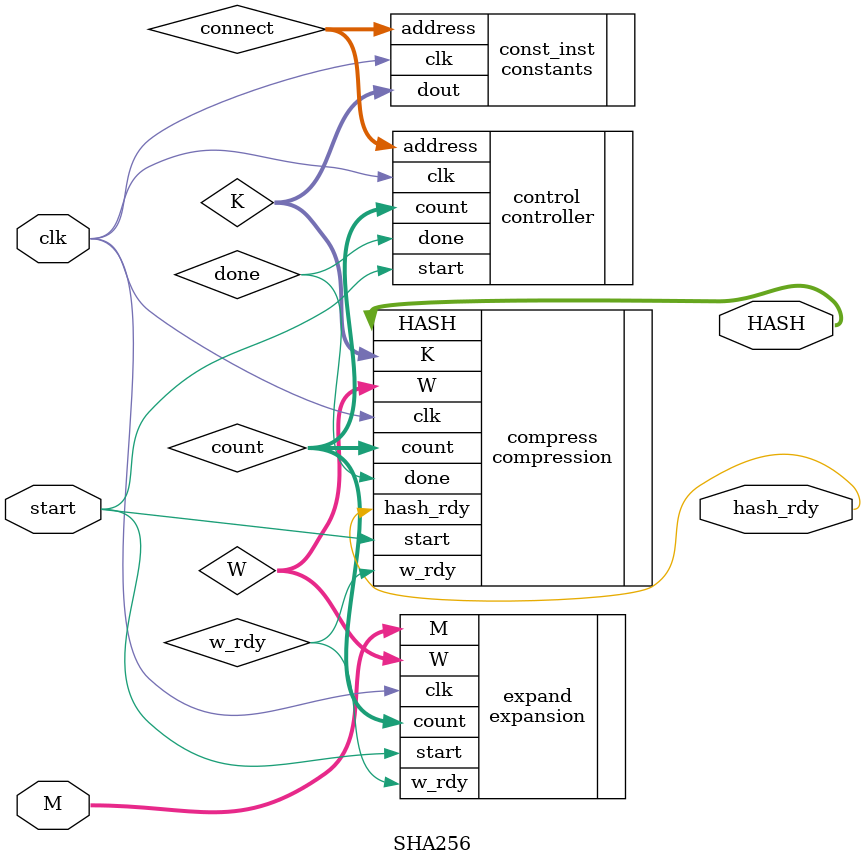
<source format=v>
`timescale 1ns / 1ps
module SHA256
					(
						M,
						start,
						clk,
						HASH,
						hash_rdy 
					);


input		[511:0]		M;
input					start;
input					clk;
output		[255:0]		HASH;
output					hash_rdy;

wire			[31:0]		W;
wire			[31:0]		K;
wire						start;
wire			[5:0]		connect;
wire			[4:0]		count;
wire						w_rdy;
wire						done;


constants const_inst 
			(
			    .address				(connect), 
			    .clk					(clk), 
			    .dout					(K)
			);

expansion expand			
			(
				.M					(M),
				.start				(start),
				.count				(count), 		
				.clk					(clk),
				.w_rdy				(w_rdy),								
				.W					(W)
			);

controller control
			(
				.start				(start), 
				.clk					(clk), 
				.address				(connect),
				.done				(done),
				.count				(count)
			);


compression compress 
			(
			    .start					(start),
			    .K						(K), 
			    .W					(W), 
			    .w_rdy					(w_rdy),
			    .done					(done),
			    .count					(count),
			    .clk					(clk),
			    .hash_rdy				(hash_rdy),
			    .HASH					(HASH)
			);


endmodule

</source>
